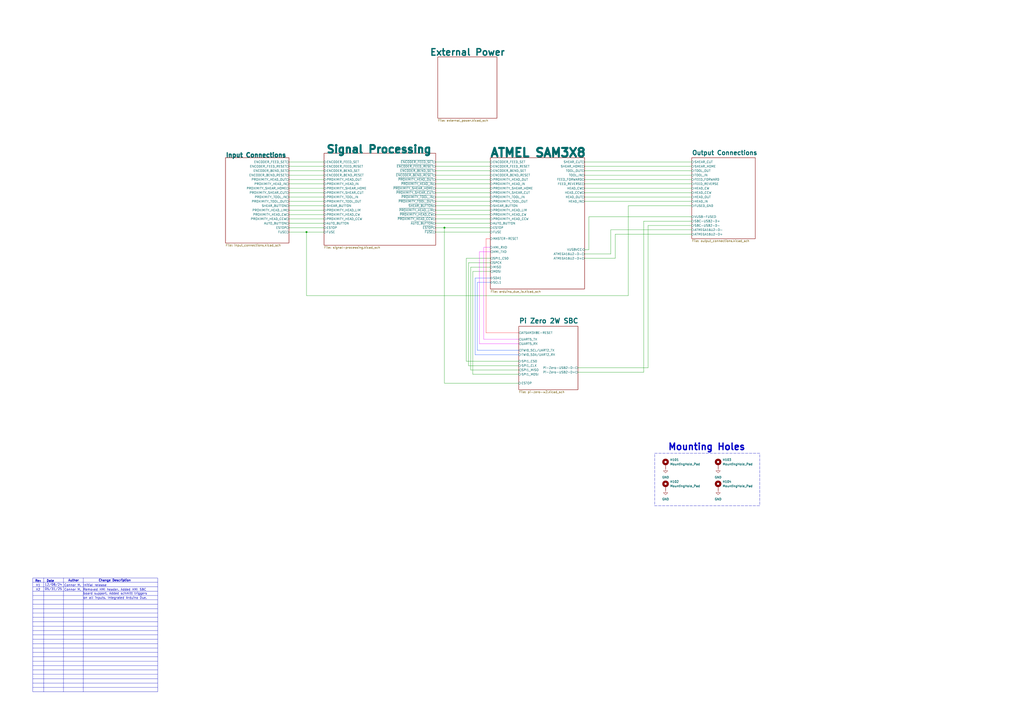
<source format=kicad_sch>
(kicad_sch (version 20250114) (generator "eeschema") (generator_version "9.0")
  (paper "A2")
  (title_block (title "MEP MAXI 85V-1 REV 2 Interface Board") (date "2025-05-31") (rev "X2") (company "McMillan Enterprises") (comment 1 "Firmware: John Gilcreast (johngilcreast@gmail.com)") (comment 2 "Hardware: Connor McMillan (connor@mcmillan.website)"))
  (lib_symbols
    (symbol "Mechanical:MountingHole_Pad" (pin_numbers (hide yes)) (pin_names (offset 1.016) (hide yes)) (exclude_from_sim yes) (in_bom no)
      (property "Reference" "H" (at 0 6.35 0))
      (property "Value" "MountingHole_Pad" (at 0 4.445 0))
      (symbol "MountingHole_Pad_0_1"
        (circle (center 0 1.27) (radius 1.27) (stroke (width 1.27)))
      )
      (symbol "MountingHole_Pad_1_1"
        (pin input line (at 0 -2.54 90) (length 2.54) (name "1") (number "1"))
      )
    )
    (symbol "power:GND" (power) (pin_numbers (hide yes)) (pin_names (offset 0) (hide yes))
      (property "Value" "GND" (at 0 -3.81 0))
      (symbol "GND_0_1"
        (polyline (pts (xy 0 0) (xy 0 -1.27) (xy 1.27 -1.27) (xy 0 -2.54) (xy -1.27 -1.27) (xy 0 -1.27)))
      )
      (symbol "GND_1_1"
        (pin power_in line (at 0 0 270) (length 0) (name "~") (number "1"))
      )
    )
  )
  (polyline (pts (xy 546.5235 388.9658) (xy 545.6399 388.9658) (xy 546.1264 386.511) (xy 547.3182 384.9924) (xy 546.5235 388.9658)) (stroke (width -0.0001) (type solid)) (fill (type outline)))
  (polyline (pts (xy 554.9237 390.1083) (xy 554.1372 390.1083) (xy 554.0516 390.5363) (xy 554.7525 390.5363) (xy 554.7186 390.7056) (xy 554.0177 390.7056) (xy 553.9281 391.1556) (xy 554.7425 391.1556) (xy 554.7087 391.3288) (xy 553.6952 391.3288) (xy 553.9739 389.935) (xy 554.9576 389.935) (xy 554.9237 390.1083)) (stroke (width -0.0001) (type solid)) (fill (type outline)))
  (polyline (pts (xy 548.1261 390.1083) (xy 547.3395 390.1083) (xy 547.2539 390.5363) (xy 547.9548 390.5363) (xy 547.921 390.7056) (xy 547.2201 390.7056) (xy 547.1305 391.1556) (xy 547.9448 391.1556) (xy 547.911 391.3288) (xy 546.8975 391.3288) (xy 547.1763 389.935) (xy 548.1599 389.935) (xy 548.1261 390.1083)) (stroke (width -0.0001) (type solid)) (fill (type outline)))
  (polyline (pts (xy 556.7799 389.9368) (xy 556.8362 389.942) (xy 556.889 389.9505) (xy 556.9384 389.9624) (xy 556.9617 389.9696) (xy 556.9842 389.9776) (xy 557.0058 389.9863) (xy 557.0264 389.9959) (xy 557.0461 390.0063) (xy 557.0649 390.0174) (xy 557.0828 390.0294) (xy 557.0997 390.042) (xy 557.1156 390.0555) (xy 557.1306 390.0697) (xy 557.1446 390.0846) (xy 557.1577 390.1003) (xy 557.1697 390.1167) (xy 557.1807 390.1338) (xy 557.1907 390.1517) (xy 557.1998 390.1702) (xy 557.2077 390.1895) (xy 557.2147 390.2094) (xy 557.2206 390.23) (xy 557.2254 390.2514) (xy 557.2292 390.2733) (xy 557.2319 390.296) (xy 557.2336 390.3193) (xy 557.2341 390.3432) (xy 557.2323 390.3941) (xy 557.23 390.4187) (xy 557.2269 390.4427) (xy 557.2229 390.4663) (xy 557.218 390.4892) (xy 557.2123 390.5117) (xy 557.2057 390.5335) (xy 557.1983 390.5548) (xy 557.1901 390.5755) (xy 557.181 390.5956) (xy 557.1711 390.6152) (xy 557.1604 390.6342) (xy 557.1489 390.6525) (xy 557.1366 390.6703) (xy 557.1236 390.6874) (xy 557.1098 390.704) (xy 557.0952 390.7199) (xy 557.0798 390.7352) (xy 557.0637 390.7499) (xy 557.0469 390.7639) (xy 557.0294 390.7773) (xy 557.0111 390.79) (xy 556.9921 390.8021) (xy 556.9521 390.8244) (xy 556.9094 390.8439) (xy 556.8639 390.8607) (xy 556.8159 390.8748) (xy 557.0708 391.3288) (xy 556.8598 391.3288) (xy 556.6169 390.9027) (xy 556.2066 390.9027) (xy 556.123 391.3288) (xy 555.9219 391.3288) (xy 556.041 390.7334) (xy 556.2405 390.7334) (xy 556.585 390.7334) (xy 556.637 390.7319) (xy 556.6861 390.7275) (xy 556.7322 390.7201) (xy 556.7754 390.7097) (xy 556.7959 390.7034) (xy 556.8155 390.6964) (xy 556.8344 390.6887) (xy 556.8525 390.6802) (xy 556.8698 390.671) (xy 556.8863 390.6611) (xy 556.9019 390.6505) (xy 556.9168 390.6391) (xy 556.9308 390.627) (xy 556.9439 390.6143) (xy 556.9562 390.6008) (xy 556.9677 390.5865) (xy 556.9782 390.5716) (xy 556.988 390.556) (xy 556.9968 390.5397) (xy 557.0047 390.5226) (xy 557.0117 390.5049) (xy 557.0178 390.4864) (xy 557.023 390.4673) (xy 557.0273 390.4474) (xy 557.0307 390.4269) (xy 557.033 390.4057) (xy 557.0345 390.3837) (xy 557.035 390.3611) (xy 557.0346 390.3457) (xy 557.0336 390.3307) (xy 557.0318 390.3162) (xy 557.0294 390.3022) (xy 557.0263 390.2887) (xy 557.0225 390.2757) (xy 557.0181 390.2631) (xy 557.013 390.2511) (xy 557.0072 390.2395) (xy 557.0008 390.2284) (xy 556.9937 390.2177) (xy 556.9859 390.2076) (xy 556.9776 390.198) (xy 556.9685 390.1888) (xy 556.9589 390.1802) (xy 556.9486 390.172) (xy 556.9377 390.1643) (xy 556.9262 390.1571) (xy 556.914 390.1504) (xy 556.9013 390.1442) (xy 556.8879 390.1385) (xy 556.874 390.1332) (xy 556.8594 390.1285) (xy 556.8443 390.1243) (xy 556.8286 390.1205) (xy 556.8122 390.1173) (xy 556.7954 390.1145) (xy 556.7779 390.1123) (xy 556.7599 390.1105) (xy 556.7413 390.1093) (xy 556.7221 390.1085) (xy 556.7024 390.1083) (xy 556.3659 390.1083) (xy 556.2405 390.7334) (xy 556.041 390.7334) (xy 556.2007 389.935) (xy 556.7203 389.935) (xy 556.7799 389.9368)) (stroke (width -0.0001) (type solid)) (fill (type outline)))
  (polyline (pts (xy 561.3107 384.4672) (xy 562.1446 384.4672) (xy 561.3876 388.2524) (xy 563.7357 388.2524) (xy 563.5946 388.958) (xy 560.4124 388.958) (xy 561.3107 384.4672) (xy 561.3107 384.4672)) (stroke (width -0.0001) (type solid)) (fill (type outline)))
  (polyline (pts (xy 565.1534 384.4672) (xy 565.9874 384.4672) (xy 565.2304 388.2524) (xy 567.5785 388.2524) (xy 567.4373 388.958) (xy 564.2552 388.958) (xy 565.1534 384.4672) (xy 565.1534 384.4672)) (stroke (width -0.0001) (type solid)) (fill (type outline)))
  (polyline (pts (xy 569.4993 389.9196) (xy 569.5311 389.921) (xy 569.5625 389.9234) (xy 569.5936 389.9268) (xy 569.6242 389.9311) (xy 569.6544 389.9363) (xy 569.684 389.9424) (xy 569.7129 389.9495) (xy 569.7412 389.9574) (xy 569.7688 389.9662) (xy 569.7956 389.9758) (xy 569.8215 389.9863) (xy 569.8465 389.9976) (xy 569.8705 390.0098) (xy 569.8934 390.0228) (xy 569.9153 390.0366) (xy 569.8357 390.1998) (xy 569.8159 390.1864) (xy 569.7955 390.1739) (xy 569.7744 390.1622) (xy 569.7527 390.1513) (xy 569.7305 390.1413) (xy 569.7077 390.1322) (xy 569.6844 390.1239) (xy 569.6607 390.1165) (xy 569.6365 390.1099) (xy 569.6119 390.1042) (xy 569.5869 390.0994) (xy 569.5615 390.0954) (xy 569.5359 390.0923) (xy 569.5099 390.0901) (xy 569.4837 390.0888) (xy 569.4573 390.0884) (xy 569.4154 390.0895) (xy 569.3755 390.0928) (xy 569.3377 390.0983) (xy 569.3022 390.1059) (xy 569.269 390.1155) (xy 569.2383 390.127) (xy 569.21 390.1404) (xy 569.1843 390.1555) (xy 569.1613 390.1724) (xy 569.1508 390.1815) (xy 569.1411 390.191) (xy 569.132 390.2009) (xy 569.1237 390.2111) (xy 569.1161 390.2218) (xy 569.1093 390.2328) (xy 569.1032 390.2442) (xy 569.0979 390.2559) (xy 569.0934 390.268) (xy 569.0897 390.2804) (xy 569.0868 390.2931) (xy 569.0847 390.3062) (xy 569.0834 390.3196) (xy 569.083 390.3332) (xy 569.085 390.3594) (xy 569.091 390.3833) (xy 569.1007 390.405) (xy 569.1137 390.4247) (xy 569.1299 390.4426) (xy 569.149 390.4589) (xy 569.1706 390.4737) (xy 569.1947 390.4873) (xy 569.2208 390.4998) (xy 569.2488 390.5114) (xy 569.3092 390.5327) (xy 569.4404 390.5727) (xy 569.5071 390.5942) (xy 569.5717 390.6188) (xy 569.6025 390.6326) (xy 569.632 390.6478) (xy 569.66 390.6644) (xy 569.6861 390.6827) (xy 569.7102 390.7028) (xy 569.7319 390.725) (xy 569.7509 390.7494) (xy 569.7671 390.7761) (xy 569.7802 390.8055) (xy 569.7898 390.8375) (xy 569.7958 390.8726) (xy 569.7978 390.9107) (xy 569.7971 390.9358) (xy 569.795 390.9602) (xy 569.7915 390.984) (xy 569.7867 391.0071) (xy 569.7806 391.0295) (xy 569.7731 391.0513) (xy 569.7644 391.0724) (xy 569.7545 391.0928) (xy 569.7433 391.1124) (xy 569.7309 391.1314) (xy 569.7174 391.1496) (xy 569.7027 391.167) (xy 569.6869 391.1838) (xy 569.67 391.1997) (xy 569.6521 391.2149) (xy 569.6331 391.2293) (xy 569.613 391.2429) (xy 569.592 391.2557) (xy 569.5701 391.2677) (xy 569.5472 391.2788) (xy 569.5234 391.2892) (xy 569.4987 391.2987) (xy 569.4731 391.3073) (xy 569.4467 391.315) (xy 569.4195 391.3219) (xy 569.3915 391.3279) (xy 569.3627 391.333) (xy 569.3332 391.3372) (xy 569.303 391.3405) (xy 569.2721 391.3429) (xy 569.2406 391.3443) (xy 569.2084 391.3448) (xy 569.1686 391.3439) (xy 569.129 391.3414) (xy 569.0899 391.3374) (xy 569.0513 391.3318) (xy 569.0135 391.3248) (xy 568.9765 391.3164) (xy 568.9406 391.3068) (xy 568.9058 391.296) (xy 568.8723 391.2841) (xy 568.8403 391.2711) (xy 568.8098 391.2571) (xy 568.7811 391.2423) (xy 568.7543 391.2266) (xy 568.7296 391.2102) (xy 568.707 391.1932) (xy 568.6867 391.1755) (xy 568.7743 391.0162) (xy 568.7949 391.0341) (xy 568.817 391.0511) (xy 568.8404 391.0671) (xy 568.8651 391.0823) (xy 568.8911 391.0964) (xy 568.9181 391.1095) (xy 568.9461 391.1215) (xy 568.975 391.1325) (xy 569.0047 391.1422) (xy 569.035 391.1508) (xy 569.066 391.1582) (xy 569.0975 391.1643) (xy 569.1294 391.1692) (xy 569.1615 391.1727) (xy 569.1939 391.1748) (xy 569.2263 391.1755) (xy 569.2676 391.1745) (xy 569.3071 391.1715) (xy 569.3446 391.1666) (xy 569.3801 391.1598) (xy 569.4133 391.151) (xy 569.4443 391.1404) (xy 569.4728 391.128) (xy 569.4989 391.1138) (xy 569.5223 391.0978) (xy 569.5329 391.0891) (xy 569.5429 391.08) (xy 569.5522 391.0705) (xy 569.5607 391.0606) (xy 569.5685 391.0502) (xy 569.5755 391.0394) (xy 569.5817 391.0282) (xy 569.5872 391.0166) (xy 569.5919 391.0046) (xy 569.5957 390.9922) (xy 569.5987 390.9794) (xy 569.6009 390.9661) (xy 569.6022 390.9525) (xy 569.6027 390.9385) (xy 569.6006 390.9125) (xy 569.5946 390.8889) (xy 569.585 390.8675) (xy 569.5719 390.8481) (xy 569.5558 390.8306) (xy 569.5367 390.8146) (xy 569.515 390.8001) (xy 569.491 390.7868) (xy 569.4648 390.7747) (xy 569.4369 390.7633) (xy 569.3765 390.7425) (xy 569.2453 390.7031) (xy 569.1786 390.6814) (xy 569.114 390.6564) (xy 569.0832 390.6421) (xy 569.0537 390.6265) (xy 569.0257 390.6092) (xy 568.9996 390.5902) (xy 568.9755 390.5692) (xy 568.9539 390.5461) (xy 568.9348 390.5206) (xy 568.9186 390.4925) (xy 568.9056 390.4617) (xy 568.8959 390.428) (xy 568.8899 390.3912) (xy 568.8879 390.3511) (xy 568.8886 390.3264) (xy 568.8907 390.3023) (xy 568.8941 390.2788) (xy 568.8988 390.256) (xy 568.9049 390.2337) (xy 568.9122 390.2122) (xy 568.9207 390.1913) (xy 568.9305 390.1711) (xy 568.9415 390.1515) (xy 568.9537 390.1327) (xy 568.967 390.1146) (xy 568.9814 390.0972) (xy 568.997 390.0805) (xy 569.0136 390.0646) (xy 569.0312 390.0494) (xy 569.0499 390.035) (xy 569.0696 390.0214) (xy 569.0902 390.0086) (xy 569.1118 389.9966) (xy 569.1343 389.9854) (xy 569.1577 389.9751) (xy 569.182 389.9655) (xy 569.2072 389.9569) (xy 569.2331 389.9491) (xy 569.2599 389.9421) (xy 569.2874 389.9361) (xy 569.3157 389.9309) (xy 569.3446 389.9267) (xy 569.3743 389.9234) (xy 569.4047 389.921) (xy 569.4357 389.9195) (xy 569.4673 389.9191) (xy 569.4993 389.9196)) (stroke (width -0.0001) (type solid)) (fill (type outline)))
  (polyline (pts (xy 544.1165 387.2844) (xy 546.7247 383.9368) (xy 546.7304 383.9368) (xy 544.1165 387.2844)) (stroke (width -0.0001) (type solid)) (fill (type outline)))
  (polyline (pts (xy 563.112 391.3288) (xy 562.9128 391.3288) (xy 563.1916 389.935) (xy 563.3907 389.935) (xy 563.112 391.3288)) (stroke (width -0.0001) (type solid)) (fill (type outline)))
  (polyline (pts (xy 549.9375 379.451) (xy 551.7902 378.1062) (xy 550.4453 379.9589) (xy 552.7064 380.318) (xy 550.4453 380.6771) (xy 551.7902 382.5299) (xy 549.9375 381.185) (xy 549.5784 383.446) (xy 549.2193 381.185) (xy 547.3665 382.5299) (xy 548.7114 380.6771) (xy 546.4504 380.318) (xy 548.7114 379.9589) (xy 547.3665 378.1062) (xy 549.2193 379.451) (xy 549.5784 377.19) (xy 549.9375 379.451)) (stroke (width -0.0001) (type solid)) (fill (type outline)))
  (polyline (pts (xy 559.1179 389.9368) (xy 559.1738 389.942) (xy 559.2264 389.9505) (xy 559.2755 389.9624) (xy 559.2988 389.9696) (xy 559.3211 389.9776) (xy 559.3426 389.9863) (xy 559.3632 389.9959) (xy 559.3828 390.0063) (xy 559.4015 390.0174) (xy 559.4193 390.0294) (xy 559.4362 390.042) (xy 559.4521 390.0555) (xy 559.467 390.0697) (xy 559.481 390.0846) (xy 559.494 390.1003) (xy 559.506 390.1167) (xy 559.517 390.1338) (xy 559.527 390.1517) (xy 559.536 390.1702) (xy 559.544 390.1895) (xy 559.5509 390.2094) (xy 559.5568 390.23) (xy 559.5616 390.2514) (xy 559.5654 390.2733) (xy 559.5681 390.296) (xy 559.5698 390.3193) (xy 559.5703 390.3432) (xy 559.5696 390.3762) (xy 559.5674 390.4083) (xy 559.5638 390.4395) (xy 559.5588 390.4698) (xy 559.5523 390.4991) (xy 559.5445 390.5276) (xy 559.5354 390.5551) (xy 559.5248 390.5816) (xy 559.513 390.6072) (xy 559.4999 390.6318) (xy 559.4854 390.6555) (xy 559.4697 390.6781) (xy 559.4528 390.6998) (xy 559.4346 390.7204) (xy 559.4152 390.74) (xy 559.3946 390.7586) (xy 559.3729 390.7761) (xy 559.3499 390.7926) (xy 559.3258 390.808) (xy 559.3007 390.8224) (xy 559.2743 390.8356) (xy 559.247 390.8478) (xy 559.2185 390.8588) (xy 559.189 390.8688) (xy 559.1584 390.8776) (xy 559.1269 390.8852) (xy 559.0943 390.8917) (xy 559.0608 390.8971) (xy 559.0263 390.9013) (xy 558.9909 390.9043) (xy 558.9545 390.9061) (xy 558.9173 390.9067) (xy 558.5449 390.9067) (xy 558.4612 391.3288) (xy 558.2622 391.3288) (xy 558.3813 390.7334) (xy 558.5808 390.7334) (xy 558.9212 390.7334) (xy 558.9732 390.7319) (xy 559.0223 390.7275) (xy 559.0685 390.7201) (xy 559.1117 390.7097) (xy 559.1321 390.7034) (xy 559.1518 390.6964) (xy 559.1707 390.6887) (xy 559.1888 390.6802) (xy 559.2061 390.671) (xy 559.2225 390.6611) (xy 559.2382 390.6505) (xy 559.253 390.6391) (xy 559.267 390.627) (xy 559.2802 390.6143) (xy 559.2925 390.6008) (xy 559.304 390.5865) (xy 559.3145 390.5716) (xy 559.3242 390.556) (xy 559.3331 390.5397) (xy 559.341 390.5226) (xy 559.348 390.5049) (xy 559.3541 390.4864) (xy 559.3593 390.4673) (xy 559.3636 390.4474) (xy 559.3669 390.4269) (xy 559.3693 390.4057) (xy 559.3708 390.3837) (xy 559.3713 390.3611) (xy 559.3709 390.3457) (xy 559.3699 390.3307) (xy 559.3681 390.3162) (xy 559.3657 390.3022) (xy 559.3626 390.2887) (xy 559.3588 390.2757) (xy 559.3544 390.2631) (xy 559.3493 390.2511) (xy 559.3435 390.2395) (xy 559.3371 390.2284) (xy 559.33 390.2177) (xy 559.3223 390.2076) (xy 559.314 390.198) (xy 559.305 390.1888) (xy 559.2954 390.1802) (xy 559.2851 390.172) (xy 559.2743 390.1643) (xy 559.2628 390.1571) (xy 559.2507 390.1504) (xy 559.238 390.1442) (xy 559.2248 390.1385) (xy 559.2109 390.1332) (xy 559.1964 390.1285) (xy 559.1814 390.1243) (xy 559.1658 390.1205) (xy 559.1496 390.1173) (xy 559.1328 390.1145) (xy 559.1155 390.1123) (xy 559.0976 390.1105) (xy 559.0792 390.1093) (xy 559.0603 390.1085) (xy 559.0407 390.1083) (xy 558.7062 390.1083) (xy 558.5808 390.7334) (xy 558.3813 390.7334) (xy 558.5409 389.935) (xy 559.0586 389.935) (xy 559.1179 389.9368)) (stroke (width -0.0001) (type solid)) (fill (type outline)))
  (polyline (pts (xy 555.0046 387.4568) (xy 557.3335 384.4672) (xy 558.052 384.4672) (xy 557.1539 388.958) (xy 556.3648 388.958) (xy 556.9485 386.0133) (xy 555.0303 388.4448) (xy 554.6582 388.4448) (xy 553.6317 385.9556) (xy 553.035 388.958) (xy 552.2395 388.958) (xy 553.1377 384.4672) (xy 553.8178 384.4672) (xy 555.0046 387.4568)) (stroke (width -0.0001) (type solid)) (fill (type outline)))
  (polyline (pts (xy 550.5796 384.4061) (xy 550.7185 384.4153) (xy 550.8535 384.4305) (xy 550.9843 384.4517) (xy 551.1107 384.4789) (xy 551.2325 384.512) (xy 551.3494 384.5508) (xy 551.4611 384.5955) (xy 551.5676 384.6458) (xy 551.6685 384.7019) (xy 551.7636 384.7635) (xy 551.8526 384.8306) (xy 551.9354 384.9033) (xy 552.0116 384.9814) (xy 552.0811 385.0648) (xy 552.1436 385.1536) (xy 551.5406 385.6605) (xy 551.4932 385.5985) (xy 551.4425 385.5402) (xy 551.3885 385.4856) (xy 551.3602 385.4598) (xy 551.3311 385.4348) (xy 551.3012 385.4108) (xy 551.2704 385.3878) (xy 551.2388 385.3657) (xy 551.2064 385.3446) (xy 551.1731 385.3244) (xy 551.139 385.3053) (xy 551.104 385.2871) (xy 551.0682 385.2699) (xy 550.994 385.2385) (xy 550.9165 385.2112) (xy 550.8355 385.1879) (xy 550.7511 385.1687) (xy 550.6633 385.1538) (xy 550.5721 385.143) (xy 550.4774 385.1365) (xy 550.3793 385.1344) (xy 550.2729 385.1369) (xy 550.1691 385.1443) (xy 550.0679 385.1566) (xy 549.9694 385.1736) (xy 549.8736 385.1952) (xy 549.7806 385.2212) (xy 549.6904 385.2516) (xy 549.6031 385.2861) (xy 549.5188 385.3248) (xy 549.4374 385.3674) (xy 549.3591 385.4138) (xy 549.2839 385.4639) (xy 549.2119 385.5176) (xy 549.1431 385.5747) (xy 549.0775 385.6352) (xy 549.0152 385.6989) (xy 548.9563 385.7657) (xy 548.9008 385.8355) (xy 548.8488 385.908) (xy 548.8003 385.9833) (xy 548.7554 386.0612) (xy 548.7141 386.1415) (xy 548.6765 386.2241) (xy 548.6426 386.309) (xy 548.6125 386.396) (xy 548.5863 386.4849) (xy 548.5639 386.5756) (xy 548.5455 386.6681) (xy 548.5311 386.7622) (xy 548.5207 386.8577) (xy 548.5145 386.9545) (xy 548.5124 387.0526) (xy 548.5138 387.1216) (xy 548.5181 387.1892) (xy 548.5252 387.2551) (xy 548.5351 387.3195) (xy 548.5479 387.3822) (xy 548.5634 387.4432) (xy 548.5818 387.5025) (xy 548.6029 387.5601) (xy 548.6268 387.6158) (xy 548.6535 387.6696) (xy 548.6829 387.7215) (xy 548.715 387.7715) (xy 548.7499 387.8194) (xy 548.7875 387.8653) (xy 548.8278 387.9091) (xy 548.8708 387.9508) (xy 548.9165 387.9903) (xy 548.9649 388.0276) (xy 549.016 388.0626) (xy 549.0697 388.0953) (xy 549.126 388.1256) (xy 549.185 388.1536) (xy 549.2466 388.1791) (xy 549.3108 388.2021) (xy 549.3776 388.2225) (xy 549.447 388.2404) (xy 549.519 388.2556) (xy 549.5936 388.2682) (xy 549.6707 388.278) (xy 549.7504 388.2851) (xy 549.8327 388.2894) (xy 549.9174 388.2909) (xy 550.0105 388.2889) (xy 550.102 388.283) (xy 550.1919 388.2732) (xy 550.2802 388.2593) (xy 550.3668 388.2414) (xy 550.4516 388.2195) (xy 550.5347 388.1935) (xy 550.6159 388.1633) (xy 550.6953 388.1291) (xy 550.7727 388.0907) (xy 550.8481 388.0481) (xy 550.9215 388.0012) (xy 550.9929 387.9502) (xy 551.0621 387.8948) (xy 551.1292 387.8352) (xy 551.1941 387.7712) (xy 551.6816 388.2972) (xy 551.5974 388.3878) (xy 551.5083 388.4721) (xy 551.4147 388.55) (xy 551.3166 388.6216) (xy 551.2142 388.6871) (xy 551.1076 388.7465) (xy 550.9972 388.7999) (xy 550.8829 388.8474) (xy 550.7651 388.889) (xy 550.6438 388.9248) (xy 550.5192 388.9549) (xy 550.3915 388.9793) (xy 550.2609 388.9982) (xy 550.1276 389.0116) (xy 549.9916 389.0196) (xy 549.8532 389.0222) (xy 549.7267 389.0199) (xy 549.6035 389.0132) (xy 549.4837 389.0019) (xy 549.3672 388.9864) (xy 549.2541 388.9665) (xy 549.1445 388.9425) (xy 549.0384 388.9144) (xy 548.9359 388.8822) (xy 548.837 388.846) (xy 548.7418 388.806) (xy 548.6503 388.7622) (xy 548.5625 388.7147) (xy 548.4786 388.6635) (xy 548.3985 388.6088) (xy 548.3224 388.5505) (xy 548.2501 388.4889) (xy 548.1819 388.424) (xy 548.1178 388.3558) (xy 548.0577 388.2844) (xy 548.0018 388.2099) (xy 547.9501 388.1324) (xy 547.9026 388.052) (xy 547.8595 387.9688) (xy 547.8206 387.8827) (xy 547.7862 387.794) (xy 547.7562 387.7026) (xy 547.7306 387.6087) (xy 547.7096 387.5124) (xy 547.6932 387.4136) (xy 547.6814 387.3126) (xy 547.6743 387.2093) (xy 547.672 387.1039) (xy 547.6752 386.9624) (xy 547.6847 386.823) (xy 547.7005 386.686) (xy 547.7224 386.5513) (xy 547.7503 386.4193) (xy 547.7842 386.2901) (xy 547.8239 386.1637) (xy 547.8694 386.0405) (xy 547.9206 385.9204) (xy 547.9773 385.8038) (xy 548.0395 385.6906) (xy 548.107 385.5812) (xy 548.1799 385.4756) (xy 548.2579 385.3739) (xy 548.3409 385.2765) (xy 548.429 385.1833) (xy 548.5219 385.0946) (xy 548.6197 385.0105) (xy 548.7221 384.9311) (xy 548.8291 384.8567) (xy 548.9407 384.7873) (xy 549.0566 384.7232) (xy 549.1769 384.6644) (xy 549.3013 384.6112) (xy 549.4299 384.5637) (xy 549.5625 384.522) (xy 549.699 384.4863) (xy 549.8393 384.4567) (xy 549.9834 384.4334) (xy 550.1311 384.4166) (xy 550.2824 384.4064) (xy 550.4371 384.403) (xy 550.5796 384.4061)) (stroke (width -0.0001) (type solid)) (fill (type outline)))
  (polyline (pts (xy 550.1896 391.0082) (xy 550.4026 389.935) (xy 550.6017 389.935) (xy 550.323 391.3288) (xy 550.1597 391.3288) (xy 549.5364 390.2556) (xy 549.3233 391.3288) (xy 549.1243 391.3288) (xy 549.403 389.935) (xy 549.5663 389.935) (xy 550.1896 391.0082)) (stroke (width -0.0001) (type solid)) (fill (type outline)))
  (polyline (pts (xy 576.3673 387.6108) (xy 576.9896 384.4672) (xy 577.8172 384.4672) (xy 576.9191 388.958) (xy 576.2326 388.958) (xy 574.3913 385.8144) (xy 573.7626 388.958) (xy 572.935 388.958) (xy 573.8332 384.4672) (xy 574.5196 384.4672) (xy 576.3673 387.6108)) (stroke (width -0.0001) (type solid)) (fill (type outline)))
  (rectangle (start 19.05 335.28) (end 91.44 401.32))
  (polyline (pts (xy 567.7801 390.1083) (xy 566.9936 390.1083) (xy 566.908 390.5363) (xy 567.6089 390.5363) (xy 567.575 390.7056) (xy 566.8741 390.7056) (xy 566.7845 391.1556) (xy 567.5989 391.1556) (xy 567.5651 391.3288) (xy 566.5516 391.3288) (xy 566.8303 389.935) (xy 567.814 389.935) (xy 567.7801 390.1083)) (stroke (width -0.0001) (type solid)) (fill (type outline)))
  (polyline (pts (xy 544.1165 387.2844) (xy 546.7247 383.9368) (xy 546.7304 383.9368) (xy 544.1165 387.2844)) (stroke (width -0.0001) (type solid)) (fill (type outline)))
  (rectangle (start 379.73 262.89) (end 440.69 293.37) (stroke (width 0) (type dash)))
  (polyline (pts (xy 549.0009 382.2035) (xy 544.1452 388.3909) (xy 543.7286 388.3909) (xy 542.5793 385.6036) (xy 541.9111 388.9658) (xy 541.02 388.9658) (xy 542.0261 383.9368) (xy 542.7876 383.9368) (xy 543.9462 386.8559) (xy 544.1165 387.2844) (xy 546.7304 383.9368) (xy 547.5979 382.8257) (xy 548.9445 381.8482) (xy 549.0009 382.2035)) (stroke (width -0.0001) (type solid)) (fill (type outline)))
  (polyline (pts (xy 572.3579 388.958) (xy 571.5303 388.958) (xy 571.2929 387.9187) (xy 569.0346 387.9187) (xy 568.3867 388.958) (xy 567.4949 388.958) (xy 568.5958 387.2643) (xy 569.4452 387.2643) (xy 571.1389 387.2643) (xy 570.6834 385.2883) (xy 569.4452 387.2643) (xy 568.5958 387.2643) (xy 570.414 384.4672) (xy 571.2416 384.4672) (xy 572.3579 388.958)) (stroke (width -0.0001) (type solid)) (fill (type outline)))
  (polyline (pts (xy 561.4306 389.9368) (xy 561.4868 389.942) (xy 561.5397 389.9505) (xy 561.589 389.9624) (xy 561.6124 389.9696) (xy 561.6349 389.9776) (xy 561.6564 389.9863) (xy 561.6771 389.9959) (xy 561.6968 390.0063) (xy 561.7156 390.0174) (xy 561.7334 390.0294) (xy 561.7503 390.042) (xy 561.7663 390.0555) (xy 561.7813 390.0697) (xy 561.7953 390.0846) (xy 561.8083 390.1003) (xy 561.8203 390.1167) (xy 561.8314 390.1338) (xy 561.8414 390.1517) (xy 561.8504 390.1702) (xy 561.8584 390.1895) (xy 561.8653 390.2094) (xy 561.8712 390.23) (xy 561.8761 390.2514) (xy 561.8799 390.2733) (xy 561.8826 390.296) (xy 561.8842 390.3193) (xy 561.8848 390.3432) (xy 561.8829 390.3941) (xy 561.8807 390.4187) (xy 561.8776 390.4427) (xy 561.8736 390.4663) (xy 561.8687 390.4892) (xy 561.863 390.5117) (xy 561.8564 390.5335) (xy 561.849 390.5548) (xy 561.8407 390.5755) (xy 561.8316 390.5956) (xy 561.8217 390.6152) (xy 561.811 390.6342) (xy 561.7996 390.6525) (xy 561.7873 390.6703) (xy 561.7742 390.6874) (xy 561.7604 390.704) (xy 561.7458 390.7199) (xy 561.7305 390.7352) (xy 561.7144 390.7499) (xy 561.6976 390.7639) (xy 561.68 390.7773) (xy 561.6618 390.79) (xy 561.6428 390.8021) (xy 561.6028 390.8244) (xy 561.56 390.8439) (xy 561.5146 390.8607) (xy 561.4666 390.8748) (xy 561.7214 391.3288) (xy 561.5104 391.3288) (xy 561.2675 390.9027) (xy 560.8573 390.9027) (xy 560.7737 391.3288) (xy 560.5726 391.3288) (xy 560.6917 390.7334) (xy 560.8912 390.7334) (xy 561.2356 390.7334) (xy 561.2876 390.7319) (xy 561.3367 390.7275) (xy 561.3829 390.7201) (xy 561.4261 390.7097) (xy 561.4465 390.7034) (xy 561.4662 390.6964) (xy 561.485 390.6887) (xy 561.5031 390.6802) (xy 561.5204 390.671) (xy 561.5369 390.6611) (xy 561.5526 390.6505) (xy 561.5674 390.6391) (xy 561.5814 390.627) (xy 561.5946 390.6143) (xy 561.6069 390.6008) (xy 561.6183 390.5865) (xy 561.6289 390.5716) (xy 561.6386 390.556) (xy 561.6474 390.5397) (xy 561.6553 390.5226) (xy 561.6624 390.5049) (xy 561.6685 390.4864) (xy 561.6737 390.4673) (xy 561.678 390.4474) (xy 561.6813 390.4269) (xy 561.6837 390.4057) (xy 561.6851 390.3837) (xy 561.6856 390.3611) (xy 561.6853 390.3457) (xy 561.6842 390.3307) (xy 561.6825 390.3162) (xy 561.6801 390.3022) (xy 561.677 390.2887) (xy 561.6732 390.2757) (xy 561.6687 390.2631) (xy 561.6636 390.2511) (xy 561.6578 390.2395) (xy 561.6514 390.2284) (xy 561.6443 390.2177) (xy 561.6366 390.2076) (xy 561.6282 390.198) (xy 561.6192 390.1888) (xy 561.6095 390.1802) (xy 561.5993 390.172) (xy 561.5884 390.1643) (xy 561.5768 390.1571) (xy 561.5647 390.1504) (xy 561.5519 390.1442) (xy 561.5386 390.1385) (xy 561.5246 390.1332) (xy 561.5101 390.1285) (xy 561.4949 390.1243) (xy 561.4792 390.1205) (xy 561.4629 390.1173) (xy 561.446 390.1145) (xy 561.4285 390.1123) (xy 561.4105 390.1105) (xy 561.3919 390.1093) (xy 561.3728 390.1085) (xy 561.3531 390.1083) (xy 561.0166 390.1083) (xy 560.8912 390.7334) (xy 560.6917 390.7334) (xy 560.8513 389.935) (xy 561.371 389.935) (xy 561.4306 389.9368)) (stroke (width -0.0001) (type solid)) (fill (type outline)))
  (polyline (pts (xy 565.1435 389.9196) (xy 565.1752 389.921) (xy 565.2067 389.9234) (xy 565.2377 389.9268) (xy 565.2684 389.9311) (xy 565.2985 389.9363) (xy 565.3281 389.9424) (xy 565.3571 389.9495) (xy 565.3854 389.9574) (xy 565.413 389.9662) (xy 565.4397 389.9758) (xy 565.4656 389.9863) (xy 565.4906 389.9976) (xy 565.5146 390.0098) (xy 565.5376 390.0228) (xy 565.5594 390.0366) (xy 565.4798 390.1998) (xy 565.46 390.1864) (xy 565.4396 390.1739) (xy 565.4185 390.1622) (xy 565.3969 390.1513) (xy 565.3746 390.1413) (xy 565.3519 390.1322) (xy 565.3286 390.1239) (xy 565.3048 390.1165) (xy 565.2806 390.1099) (xy 565.256 390.1042) (xy 565.231 390.0994) (xy 565.2057 390.0954) (xy 565.18 390.0923) (xy 565.1541 390.0901) (xy 565.1279 390.0888) (xy 565.1015 390.0884) (xy 565.0595 390.0895) (xy 565.0196 390.0928) (xy 564.9819 390.0983) (xy 564.9464 390.1059) (xy 564.9132 390.1155) (xy 564.8824 390.127) (xy 564.8541 390.1404) (xy 564.8284 390.1555) (xy 564.8054 390.1724) (xy 564.795 390.1815) (xy 564.7852 390.191) (xy 564.7762 390.2009) (xy 564.7678 390.2111) (xy 564.7603 390.2218) (xy 564.7534 390.2328) (xy 564.7474 390.2442) (xy 564.7421 390.2559) (xy 564.7375 390.268) (xy 564.7338 390.2804) (xy 564.7309 390.2931) (xy 564.7288 390.3062) (xy 564.7276 390.3196) (xy 564.7271 390.3332) (xy 564.7292 390.3594) (xy 564.7352 390.3833) (xy 564.7448 390.405) (xy 564.7579 390.4247) (xy 564.774 390.4426) (xy 564.7931 390.4589) (xy 564.8148 390.4737) (xy 564.8388 390.4873) (xy 564.865 390.4998) (xy 564.8929 390.5114) (xy 564.9533 390.5327) (xy 565.0846 390.5727) (xy 565.1512 390.5942) (xy 565.2158 390.6188) (xy 565.2466 390.6326) (xy 565.2762 390.6478) (xy 565.3041 390.6644) (xy 565.3303 390.6827) (xy 565.3543 390.7028) (xy 565.376 390.725) (xy 565.3951 390.7494) (xy 565.4113 390.7761) (xy 565.4243 390.8055) (xy 565.4339 390.8375) (xy 565.4399 390.8726) (xy 565.442 390.9107) (xy 565.4413 390.9358) (xy 565.4392 390.9602) (xy 565.4357 390.984) (xy 565.4309 391.0071) (xy 565.4247 391.0295) (xy 565.4173 391.0513) (xy 565.4086 391.0724) (xy 565.3986 391.0928) (xy 565.3874 391.1124) (xy 565.3751 391.1314) (xy 565.3615 391.1496) (xy 565.3468 391.167) (xy 565.331 391.1838) (xy 565.3142 391.1997) (xy 565.2962 391.2149) (xy 565.2772 391.2293) (xy 565.2572 391.2429) (xy 565.2362 391.2557) (xy 565.2142 391.2677) (xy 565.1913 391.2788) (xy 565.1675 391.2892) (xy 565.1428 391.2987) (xy 565.1172 391.3073) (xy 565.0908 391.315) (xy 565.0636 391.3219) (xy 565.0356 391.3279) (xy 565.0069 391.333) (xy 564.9774 391.3372) (xy 564.9472 391.3405) (xy 564.9163 391.3429) (xy 564.8847 391.3443) (xy 564.8526 391.3448) (xy 564.8127 391.3439) (xy 564.7731 391.3414) (xy 564.734 391.3374) (xy 564.6955 391.3318) (xy 564.6576 391.3248) (xy 564.6207 391.3164) (xy 564.5847 391.3068) (xy 564.5499 391.296) (xy 564.5164 391.2841) (xy 564.4844 391.2711) (xy 564.454 391.2571) (xy 564.4253 391.2423) (xy 564.3985 391.2266) (xy 564.3737 391.2102) (xy 564.3511 391.1932) (xy 564.3309 391.1755) (xy 564.4185 391.0162) (xy 564.439 391.0341) (xy 564.4611 391.0511) (xy 564.4846 391.0671) (xy 564.5093 391.0823) (xy 564.5352 391.0964) (xy 564.5622 391.1095) (xy 564.5902 391.1215) (xy 564.6191 391.1325) (xy 564.6488 391.1422) (xy 564.6792 391.1508) (xy 564.7102 391.1582) (xy 564.7416 391.1643) (xy 564.7735 391.1692) (xy 564.8057 391.1727) (xy 564.838 391.1748) (xy 564.8705 391.1755) (xy 564.9118 391.1745) (xy 564.9512 391.1715) (xy 564.9888 391.1666) (xy 565.0242 391.1598) (xy 565.0575 391.151) (xy 565.0884 391.1404) (xy 565.117 391.128) (xy 565.143 391.1138) (xy 565.1664 391.0978) (xy 565.1771 391.0891) (xy 565.1871 391.08) (xy 565.1963 391.0705) (xy 565.2048 391.0606) (xy 565.2126 391.0502) (xy 565.2196 391.0394) (xy 565.2259 391.0282) (xy 565.2313 391.0166) (xy 565.236 391.0046) (xy 565.2399 390.9922) (xy 565.2429 390.9794) (xy 565.245 390.9661) (xy 565.2464 390.9525) (xy 565.2468 390.9385) (xy 565.2447 390.9125) (xy 565.2388 390.8889) (xy 565.2291 390.8675) (xy 565.2161 390.8481) (xy 565.1999 390.8306) (xy 565.1808 390.8146) (xy 565.1592 390.8001) (xy 565.1351 390.7868) (xy 565.109 390.7747) (xy 565.081 390.7633) (xy 565.0206 390.7425) (xy 564.8894 390.7031) (xy 564.8228 390.6814) (xy 564.7582 390.6564) (xy 564.7273 390.6421) (xy 564.6978 390.6265) (xy 564.6698 390.6092) (xy 564.6437 390.5902) (xy 564.6197 390.5692) (xy 564.598 390.5461) (xy 564.5789 390.5206) (xy 564.5627 390.4925) (xy 564.5497 390.4617) (xy 564.5401 390.428) (xy 564.5341 390.3912) (xy 564.532 390.3511) (xy 564.5327 390.3264) (xy 564.5348 390.3023) (xy 564.5382 390.2788) (xy 564.543 390.256) (xy 564.549 390.2337) (xy 564.5563 390.2122) (xy 564.5649 390.1913) (xy 564.5747 390.1711) (xy 564.5857 390.1515) (xy 564.5978 390.1327) (xy 564.6111 390.1146) (xy 564.6256 390.0972) (xy 564.6411 390.0805) (xy 564.6577 390.0646) (xy 564.6754 390.0494) (xy 564.694 390.035) (xy 564.7137 390.0214) (xy 564.7344 390.0086) (xy 564.756 389.9966) (xy 564.7785 389.9854) (xy 564.8019 389.9751) (xy 564.8262 389.9655) (xy 564.8513 389.9569) (xy 564.8773 389.9491) (xy 564.904 389.9421) (xy 564.9315 389.9361) (xy 564.9598 389.9309) (xy 564.9888 389.9267) (xy 565.0185 389.9234) (xy 565.0488 389.921) (xy 565.0798 389.9195) (xy 565.1115 389.9191) (xy 565.1435 389.9196)) (stroke (width -0.0001) (type solid)) (fill (type outline)))
  (polyline (pts (xy 552.8285 390.1083) (xy 552.3526 390.1083) (xy 552.1077 391.3288) (xy 551.9106 391.3288) (xy 552.1535 390.1083) (xy 551.6776 390.1083) (xy 551.7115 389.935) (xy 552.8644 389.935) (xy 552.8285 390.1083)) (stroke (width -0.0001) (type solid)) (fill (type outline)))
  (polyline (pts (xy 559.2643 384.4672) (xy 560.0983 384.4672) (xy 559.2001 388.958) (xy 558.366 388.958) (xy 559.2643 384.4672) (xy 559.2643 384.4672)) (stroke (width -0.0001) (type solid)) (fill (type outline)))
  (text "12/08/24" (at 30.988 339.344 0) (effects (font (size 1.27 1.27))))
  (text "Date" (at 29.21 337.058 0) (effects (font (size 1.27 1.27) (thickness 0.254) (bold yes))))
  (text "Removed HMI header. Added HMI SBC" (at 66.548 342.138 0) (effects (font (size 1.27 1.27))))
  (text "Author" (at 42.672 336.804 0) (effects (font (size 1.27 1.27) (thickness 0.254) (bold yes))))
  (text "Connor M." (at 42.164 342.138 0) (effects (font (size 1.27 1.27))))
  (text "Mounting Holes" (at 409.956 259.334 0) (effects (font (size 3.81 3.81) (thickness 0.762) (bold yes))))
  (text "on all inputs. Integrated Arduino Due." (at 66.802 346.964 0) (effects (font (size 1.27 1.27))))
  (text "Rev" (at 22.098 337.058 0) (effects (font (size 1.27 1.27) (thickness 0.254) (bold yes))))
  (text "board support. Added schmitt triggers" (at 66.802 344.424 0) (effects (font (size 1.27 1.27))))
  (text "X1" (at 22.098 339.598 0) (effects (font (size 1.27 1.27) (thickness 0.1588))))
  (text "Change Description" (at 66.548 336.804 0) (effects (font (size 1.27 1.27) (thickness 0.254) (bold yes))))
  (text "Initial release" (at 55.118 339.598 0) (effects (font (size 1.27 1.27))))
  (text "Connor M." (at 42.164 339.598 0) (effects (font (size 1.27 1.27))))
  (text "X2" (at 22.098 342.138 0) (effects (font (size 1.27 1.27) (thickness 0.1588))))
  (text "05/31/25" (at 30.988 341.884 0) (effects (font (size 1.27 1.27))))
  (junction (at 257.81 132.08))
  (junction (at 177.8 134.62))
  (wire (pts (xy 339.09 93.98) (xy 401.32 93.98)))
  (polyline (pts (xy 19.05 358.14) (xy 91.44 358.14)))
  (wire (pts (xy 339.09 116.84) (xy 401.32 116.84)))
  (wire (pts (xy 167.64 129.54) (xy 187.96 129.54)))
  (polyline (pts (xy 19.05 368.3) (xy 91.44 368.3)))
  (wire (pts (xy 273.05 214.63) (xy 300.99 214.63)))
  (wire (pts (xy 252.73 106.68) (xy 284.48 106.68)))
  (wire (pts (xy 252.73 111.76) (xy 284.48 111.76)))
  (wire (pts (xy 252.73 99.06) (xy 284.48 99.06)))
  (wire (pts (xy 300.99 196.85) (xy 280.67 196.85)) (stroke (width 0) (color 234 0 255 1)))
  (wire (pts (xy 167.64 134.62) (xy 177.8 134.62)))
  (wire (pts (xy 339.09 147.32) (xy 354.33 147.32)))
  (wire (pts (xy 177.8 134.62) (xy 187.96 134.62)))
  (wire (pts (xy 252.73 101.6) (xy 284.48 101.6)))
  (polyline (pts (xy 19.05 340.36) (xy 91.44 340.36)))
  (polyline (pts (xy 19.05 355.6) (xy 91.44 355.6)))
  (polyline (pts (xy 19.05 353.06) (xy 91.44 353.06)))
  (polyline (pts (xy 19.05 386.08) (xy 91.44 386.08)))
  (polyline (pts (xy 19.05 337.82) (xy 91.44 337.82)))
  (wire (pts (xy 280.67 196.85) (xy 280.67 143.51)) (stroke (width 0) (color 234 0 255 1)))
  (wire (pts (xy 280.67 143.51) (xy 284.48 143.51)) (stroke (width 0) (color 234 0 255 1)))
  (wire (pts (xy 354.33 133.35) (xy 401.32 133.35)))
  (wire (pts (xy 339.09 106.68) (xy 401.32 106.68)))
  (wire (pts (xy 257.81 222.25) (xy 300.99 222.25)))
  (polyline (pts (xy 19.05 383.54) (xy 91.44 383.54)))
  (wire (pts (xy 252.73 116.84) (xy 284.48 116.84)))
  (wire (pts (xy 252.73 121.92) (xy 284.48 121.92)))
  (wire (pts (xy 167.64 127) (xy 187.96 127)))
  (wire (pts (xy 339.09 99.06) (xy 401.32 99.06)))
  (wire (pts (xy 177.8 171.45) (xy 177.8 134.62)))
  (wire (pts (xy 364.49 171.45) (xy 177.8 171.45)))
  (polyline (pts (xy 19.05 378.46) (xy 91.44 378.46)))
  (wire (pts (xy 373.38 128.27) (xy 401.32 128.27)))
  (polyline (pts (xy 19.05 347.98) (xy 91.44 347.98)))
  (wire (pts (xy 284.48 152.4) (xy 271.78 152.4)))
  (wire (pts (xy 252.73 132.08) (xy 257.81 132.08)))
  (wire (pts (xy 167.64 116.84) (xy 187.96 116.84)))
  (wire (pts (xy 270.51 209.55) (xy 300.99 209.55)))
  (wire (pts (xy 364.49 119.38) (xy 364.49 171.45)))
  (wire (pts (xy 271.78 212.09) (xy 300.99 212.09)))
  (wire (pts (xy 339.09 96.52) (xy 401.32 96.52)))
  (wire (pts (xy 278.13 146.05) (xy 278.13 199.39)) (stroke (width 0) (color 234 0 255 1)))
  (wire (pts (xy 252.73 127) (xy 284.48 127)))
  (wire (pts (xy 274.32 157.48) (xy 274.32 217.17)))
  (wire (pts (xy 271.78 152.4) (xy 271.78 212.09)))
  (polyline (pts (xy 19.05 388.62) (xy 91.44 388.62)))
  (wire (pts (xy 167.64 111.76) (xy 187.96 111.76)))
  (polyline (pts (xy 19.05 396.24) (xy 91.44 396.24)))
  (wire (pts (xy 270.51 149.86) (xy 270.51 209.55)))
  (wire (pts (xy 284.48 146.05) (xy 278.13 146.05)) (stroke (width 0) (color 234 0 255 1)))
  (polyline (pts (xy 19.05 363.22) (xy 91.44 363.22)))
  (wire (pts (xy 275.59 205.74) (xy 275.59 161.29)) (stroke (width 0) (color 0 72 255 1)))
  (wire (pts (xy 356.87 135.89) (xy 401.32 135.89)))
  (polyline (pts (xy 36.83 335.28) (xy 36.83 401.32)))
  (wire (pts (xy 273.05 154.94) (xy 273.05 214.63)))
  (wire (pts (xy 252.73 93.98) (xy 284.48 93.98)))
  (wire (pts (xy 375.92 130.81) (xy 401.32 130.81)))
  (wire (pts (xy 252.73 119.38) (xy 284.48 119.38)))
  (wire (pts (xy 257.81 132.08) (xy 284.48 132.08)))
  (wire (pts (xy 167.64 119.38) (xy 187.96 119.38)))
  (wire (pts (xy 339.09 101.6) (xy 401.32 101.6)))
  (wire (pts (xy 401.32 125.73) (xy 341.63 125.73)))
  (wire (pts (xy 252.73 134.62) (xy 284.48 134.62)))
  (wire (pts (xy 167.64 99.06) (xy 187.96 99.06)))
  (polyline (pts (xy 19.05 373.38) (xy 91.44 373.38)))
  (polyline (pts (xy 19.05 381) (xy 91.44 381)))
  (wire (pts (xy 281.94 193.04) (xy 300.99 193.04)) (stroke (width 0) (color 255 0 15 1)))
  (wire (pts (xy 341.63 125.73) (xy 341.63 144.78)))
  (wire (pts (xy 356.87 149.86) (xy 356.87 135.89)))
  (wire (pts (xy 167.64 93.98) (xy 187.96 93.98)))
  (wire (pts (xy 167.64 124.46) (xy 187.96 124.46)))
  (wire (pts (xy 300.99 203.2) (xy 276.86 203.2)) (stroke (width 0) (color 0 72 255 1)))
  (wire (pts (xy 252.73 104.14) (xy 284.48 104.14)))
  (wire (pts (xy 167.64 96.52) (xy 187.96 96.52)))
  (polyline (pts (xy 19.05 375.92) (xy 91.44 375.92)))
  (wire (pts (xy 373.38 215.9) (xy 373.38 128.27)))
  (polyline (pts (xy 19.05 370.84) (xy 91.44 370.84)))
  (polyline (pts (xy 19.05 345.44) (xy 91.44 345.44)))
  (wire (pts (xy 252.73 124.46) (xy 284.48 124.46)))
  (wire (pts (xy 252.73 129.54) (xy 284.48 129.54)))
  (wire (pts (xy 167.64 101.6) (xy 187.96 101.6)))
  (wire (pts (xy 276.86 163.83) (xy 284.48 163.83)) (stroke (width 0) (color 0 72 255 1)))
  (polyline (pts (xy 25.4 335.28) (xy 25.4 401.32)))
  (polyline (pts (xy 19.05 350.52) (xy 91.44 350.52)))
  (wire (pts (xy 167.64 132.08) (xy 187.96 132.08)))
  (wire (pts (xy 339.09 109.22) (xy 401.32 109.22)))
  (polyline (pts (xy 19.05 393.7) (xy 91.44 393.7)))
  (wire (pts (xy 335.28 213.36) (xy 375.92 213.36)))
  (wire (pts (xy 167.64 104.14) (xy 187.96 104.14)))
  (wire (pts (xy 276.86 203.2) (xy 276.86 163.83)) (stroke (width 0) (color 0 72 255 1)))
  (wire (pts (xy 339.09 149.86) (xy 356.87 149.86)))
  (polyline (pts (xy 19.05 398.78) (xy 91.44 398.78)))
  (wire (pts (xy 339.09 114.3) (xy 401.32 114.3)))
  (wire (pts (xy 339.09 111.76) (xy 401.32 111.76)))
  (wire (pts (xy 284.48 154.94) (xy 273.05 154.94)))
  (wire (pts (xy 167.64 109.22) (xy 187.96 109.22)))
  (wire (pts (xy 281.94 138.43) (xy 281.94 193.04)) (stroke (width 0) (color 255 0 15 1)))
  (wire (pts (xy 257.81 132.08) (xy 257.81 222.25)))
  (wire (pts (xy 167.64 114.3) (xy 187.96 114.3)))
  (wire (pts (xy 275.59 161.29) (xy 284.48 161.29)) (stroke (width 0) (color 0 72 255 1)))
  (polyline (pts (xy 19.05 391.16) (xy 91.44 391.16)))
  (wire (pts (xy 281.94 138.43) (xy 284.48 138.43)) (stroke (width 0) (color 255 0 15 1)))
  (wire (pts (xy 341.63 144.78) (xy 339.09 144.78)))
  (wire (pts (xy 284.48 157.48) (xy 274.32 157.48)))
  (wire (pts (xy 252.73 109.22) (xy 284.48 109.22)))
  (wire (pts (xy 335.28 215.9) (xy 373.38 215.9)))
  (polyline (pts (xy 19.05 365.76) (xy 91.44 365.76)))
  (wire (pts (xy 252.73 114.3) (xy 284.48 114.3)))
  (wire (pts (xy 167.64 106.68) (xy 187.96 106.68)))
  (wire (pts (xy 167.64 121.92) (xy 187.96 121.92)))
  (polyline (pts (xy 19.05 342.9) (xy 91.44 342.9)))
  (wire (pts (xy 339.09 104.14) (xy 401.32 104.14)))
  (wire (pts (xy 354.33 147.32) (xy 354.33 133.35)))
  (wire (pts (xy 278.13 199.39) (xy 300.99 199.39)) (stroke (width 0) (color 234 0 255 1)))
  (polyline (pts (xy 48.26 335.28) (xy 48.26 401.32)))
  (wire (pts (xy 275.59 205.74) (xy 300.99 205.74)) (stroke (width 0) (color 0 72 255 1)))
  (wire (pts (xy 401.32 119.38) (xy 364.49 119.38)))
  (wire (pts (xy 284.48 149.86) (xy 270.51 149.86)))
  (wire (pts (xy 252.73 96.52) (xy 284.48 96.52)))
  (polyline (pts (xy 19.05 360.68) (xy 91.44 360.68)))
  (wire (pts (xy 274.32 217.17) (xy 300.99 217.17)))
  (wire (pts (xy 375.92 213.36) (xy 375.92 130.81)))
  (symbol (lib_id "power:GND") (at 386.08 284.48 0) (unit 1)
    (property "Reference" "#PWR0102" (effects (hide yes)))
    (property "Value" "GND" (at 386.08 289.56 0))
    (property "Description" "Power symbol creates a global label with name \"GND\" , ground" (effects (hide yes)))
  )
  (symbol (lib_id "Mechanical:MountingHole_Pad") (at 386.08 281.94 0) (unit 1)
    (property "Reference" "H102" (at 388.62 279.3999 0) (effects (justify left)))
    (property "Value" "MountingHole_Pad" (at 388.62 281.9399 0) (effects (justify left)))
    (property "Footprint" "MountingHole:MountingHole_5mm_Pad_Via" (effects (hide yes)))
    (property "Description" "Mounting Hole with connection" (effects (hide yes)))
  )
  (symbol (lib_id "power:GND") (at 416.56 271.78 0) (unit 1)
    (property "Reference" "#PWR0103" (effects (hide yes)))
    (property "Value" "GND" (at 416.56 276.86 0))
    (property "Description" "Power symbol creates a global label with name \"GND\" , ground" (effects (hide yes)))
  )
  (symbol (lib_id "Mechanical:MountingHole_Pad") (at 416.56 269.24 0) (unit 1)
    (property "Reference" "H103" (at 419.1 266.6999 0) (effects (justify left)))
    (property "Value" "MountingHole_Pad" (at 419.1 269.2399 0) (effects (justify left)))
    (property "Footprint" "MountingHole:MountingHole_5mm_Pad_Via" (effects (hide yes)))
    (property "Description" "Mounting Hole with connection" (effects (hide yes)))
  )
  (symbol (lib_id "power:GND") (at 386.08 271.78 0) (unit 1)
    (property "Reference" "#PWR0101" (effects (hide yes)))
    (property "Value" "GND" (at 386.08 276.86 0))
    (property "Description" "Power symbol creates a global label with name \"GND\" , ground" (effects (hide yes)))
  )
  (symbol (lib_id "Mechanical:MountingHole_Pad") (at 386.08 269.24 0) (unit 1)
    (property "Reference" "H101" (at 388.62 266.6999 0) (effects (justify left)))
    (property "Value" "MountingHole_Pad" (at 388.62 269.2399 0) (effects (justify left)))
    (property "Footprint" "MountingHole:MountingHole_5mm_Pad_Via" (effects (hide yes)))
    (property "Description" "Mounting Hole with connection" (effects (hide yes)))
  )
  (symbol (lib_id "power:GND") (at 416.56 284.48 0) (unit 1)
    (property "Reference" "#PWR0104" (effects (hide yes)))
    (property "Value" "GND" (at 416.56 289.56 0))
    (property "Description" "Power symbol creates a global label with name \"GND\" , ground" (effects (hide yes)))
  )
  (symbol (lib_id "Mechanical:MountingHole_Pad") (at 416.56 281.94 0) (unit 1)
    (property "Reference" "H104" (at 419.1 279.3999 0) (effects (justify left)))
    (property "Value" "MountingHole_Pad" (at 419.1 281.9399 0) (effects (justify left)))
    (property "Footprint" "MountingHole:MountingHole_5mm_Pad_Via" (effects (hide yes)))
    (property "Description" "Mounting Hole with connection" (effects (hide yes)))
  )
  (sheet (at 401.32 91.44) (size 36.83 46.99) (stroke (width 0.1524))
    (property "Sheetname" "Output Connections" (at 401.32 90.0934 0) (effects (font (size 2.54 2.54) (thickness 0.508) (bold yes)) (justify left bottom)))
    (property "Sheetfile" "output_connections.kicad_sch" (at 401.32 139.0146 0) (effects (justify left top)))
    (pin "ATMEGA16U2-D-" input (at 401.32 133.35 180))
    (pin "VUSB-FUSED" input (at 401.32 125.73 180))
    (pin "SBC-USB2-D+" input (at 401.32 128.27 180))
    (pin "SBC-USB2-D-" input (at 401.32 130.81 180))
    (pin "ATMEGA16U2-D+" input (at 401.32 135.89 180))
    (pin "HEAD_CW" input (at 401.32 109.22 180))
    (pin "SHEAR_CUT" input (at 401.32 93.98 180))
    (pin "SHEAR_HOME" input (at 401.32 96.52 180))
    (pin "FEED_REVERSE" input (at 401.32 106.68 180))
    (pin "FEED_FORWARD" input (at 401.32 104.14 180))
    (pin "TOOL_OUT" input (at 401.32 99.06 180))
    (pin "HEAD_OUT" input (at 401.32 114.3 180))
    (pin "HEAD_CCW" input (at 401.32 111.76 180))
    (pin "HEAD_IN" input (at 401.32 116.84 180))
    (pin "TOOL_IN" input (at 401.32 101.6 180))
    (pin "FUSED_GND" input (at 401.32 119.38 180))
  )
  (sheet (at 254 33.02) (size 34.29 35.56) (stroke (width 0.1524))
    (property "Sheetname" "External Power" (at 249.174 32.512 0) (effects (font (size 3.81 3.81) (thickness 0.762) (bold yes)) (justify left bottom)))
    (property "Sheetfile" "external_power.kicad_sch" (at 254 69.1646 0) (effects (justify left top)))
  )
  (sheet (at 300.99 189.23) (size 34.29 36.83) (stroke (width 0.1524))
    (property "Sheetname" "Pi Zero 2W SBC" (at 300.99 187.7564 0) (effects (font (size 2.794 2.794) (thickness 0.5588) (bold yes)) (justify left bottom)))
    (property "Sheetfile" "pi-zero-w2.kicad_sch" (at 300.99 226.6446 0) (effects (justify left top)))
    (pin "ATSAM3X8E-RESET" output (at 300.99 193.04 180))
    (pin "TWI0_SDA/UART2_RX" input (at 300.99 205.74 180))
    (pin "TWI0_SCL{slash}UART2_TX" output (at 300.99 203.2 180))
    (pin "Pi-Zero-USB2-D-" output (at 335.28 213.36 0))
    (pin "Pi-Zero-USB2-D+" output (at 335.28 215.9 0))
    (pin "SPI1_MISO" output (at 300.99 214.63 180))
    (pin "SPI1_MOSI" input (at 300.99 217.17 180))
    (pin "SPI1_CLK" input (at 300.99 212.09 180))
    (pin "SPI1_CS0" input (at 300.99 209.55 180))
    (pin "ESTOP" input (at 300.99 222.25 180))
    (pin "UART5_TX" output (at 300.99 196.85 180))
    (pin "UART5_RX" output (at 300.99 199.39 180))
  )
  (sheet (at 284.48 91.44) (size 54.61 76.2) (stroke (width 0.1524))
    (property "Sheetname" "ATMEL SAM3X8" (at 283.972 91.44 0) (effects (font (size 4.953 4.953) (thickness 1.524) (bold yes)) (justify left bottom)))
    (property "Sheetfile" "arduino_due_io.kicad_sch" (at 284.48 168.402 0) (effects (justify left top)))
    (pin "SHEAR_CUT" output (at 339.09 93.98 0))
    (pin "TOOL_OUT" output (at 339.09 99.06 0))
    (pin "FEED_FORWARD" output (at 339.09 104.14 0))
    (pin "HEAD_CW" output (at 339.09 109.22 0))
    (pin "HEAD_OUT" output (at 339.09 114.3 0))
    (pin "SHEAR_HOME" output (at 339.09 96.52 0))
    (pin "TOOL_IN" output (at 339.09 101.6 0))
    (pin "FEED_REVERSE" output (at 339.09 106.68 0))
    (pin "HEAD_CCW" output (at 339.09 111.76 0))
    (pin "HEAD_IN" output (at 339.09 116.84 0))
    (pin "ENCODER_FEED_SET" input (at 284.48 93.98 180))
    (pin "PROXIMITY_SHEAR_HOME" input (at 284.48 109.22 180))
    (pin "PROXIMITY_TOOL_IN" input (at 284.48 114.3 180))
    (pin "ENCODER_BEND_SET" input (at 284.48 99.06 180))
    (pin "SHEAR_BUTTON" input (at 284.48 119.38 180))
    (pin "PROXIMITY_HEAD_OUT" input (at 284.48 104.14 180))
    (pin "PROXIMITY_HEAD_CW" input (at 284.48 124.46 180))
    (pin "AUTO_BUTTON" input (at 284.48 129.54 180))
    (pin "PROXIMITY_TOOL_OUT" input (at 284.48 116.84 180))
    (pin "PROXIMITY_HEAD_CCW" input (at 284.48 127 180))
    (pin "PROXIMITY_HEAD_IN" input (at 284.48 106.68 180))
    (pin "PROXIMITY_SHEAR_CUT" input (at 284.48 111.76 180))
    (pin "ENCODER_BEND_RESET" input (at 284.48 101.6 180))
    (pin "ENCODER_FEED_RESET" input (at 284.48 96.52 180))
    (pin "PROXIMITY_HEAD_LIM" input (at 284.48 121.92 180))
    (pin "ESTOP" input (at 284.48 132.08 180))
    (pin "FUSE" input (at 284.48 134.62 180))
    (pin "HMI_RXD" input (at 284.48 143.51 180))
    (pin "HMI_TXD" output (at 284.48 146.05 180))
    (pin "MASTER-RESET" input (at 284.48 138.43 180))
    (pin "SPCK" output (at 284.48 152.4 180))
    (pin "ATMEGA16U2-D-" output (at 339.09 147.32 0))
    (pin "MISO" input (at 284.48 154.94 180))
    (pin "ATMEGA16U2-D+" output (at 339.09 149.86 0))
    (pin "MOSI" output (at 284.48 157.48 180))
    (pin "SPI1_CS0" output (at 284.48 149.86 180))
    (pin "VUSBVCC" input (at 339.09 144.78 0))
    (pin "SDA1" bidirectional (at 284.48 161.29 180))
    (pin "SCL1" bidirectional (at 284.48 163.83 180))
  )
  (sheet (at 187.96 88.9) (size 64.77 53.34) (stroke (width 0.1524))
    (property "Sheetname" "Signal Processing" (at 188.976 89.154 0) (effects (font (size 4.445 4.445) (thickness 1.524) (bold yes)) (justify left bottom)))
    (property "Sheetfile" "signal-processing.kicad_sch" (at 187.96 142.8246 0) (effects (justify left top)))
    (pin "ENCODER_BEND_RESET" input (at 187.96 101.6 180))
    (pin "FUSE" input (at 187.96 134.62 180))
    (pin "PROXIMITY_SHEAR_CUT" input (at 187.96 111.76 180))
    (pin "PROXIMITY_HEAD_LIM" input (at 187.96 121.92 180))
    (pin "PROXIMITY_SHEAR_HOME" input (at 187.96 109.22 180))
    (pin "SHEAR_BUTTON" input (at 187.96 119.38 180))
    (pin "PROXIMITY_HEAD_OUT" input (at 187.96 104.14 180))
    (pin "ESTOP" input (at 187.96 132.08 180))
    (pin "PROXIMITY_HEAD_CW" input (at 187.96 124.46 180))
    (pin "AUTO_BUTTON" input (at 187.96 129.54 180))
    (pin "PROXIMITY_TOOL_IN" input (at 187.96 114.3 180))
    (pin "PROXIMITY_HEAD_IN" input (at 187.96 106.68 180))
    (pin "ENCODER_BEND_SET" input (at 187.96 99.06 180))
    (pin "PROXIMITY_TOOL_OUT" input (at 187.96 116.84 180))
    (pin "ENCODER_FEED_RESET" input (at 187.96 96.52 180))
    (pin "ENCODER_FEED_SET" input (at 187.96 93.98 180))
    (pin "PROXIMITY_HEAD_CCW" input (at 187.96 127 180))
    (pin "~{PROXIMITY_HEAD_CW}" output (at 252.73 124.46 0))
    (pin "~{AUTO_BUTTON}" output (at 252.73 129.54 0))
    (pin "~{ENCODER_BEND_SET}" output (at 252.73 99.06 0))
    (pin "~{PROXIMITY_HEAD_LIM}" output (at 252.73 121.92 0))
    (pin "~{ENCODER_FEED_SET}" output (at 252.73 93.98 0))
    (pin "~{ENCODER_BEND_RESET}" output (at 252.73 101.6 0))
    (pin "~{PROXIMITY_HEAD_IN}" output (at 252.73 106.68 0))
    (pin "~{PROXIMITY_HEAD_OUT}" output (at 252.73 104.14 0))
    (pin "~{PROXIMITY_SHEAR_CUT}" output (at 252.73 111.76 0))
    (pin "~{PROXIMITY_HEAD_CCW}" output (at 252.73 127 0))
    (pin "~{PROXIMITY_SHEAR_HOME}" output (at 252.73 109.22 0))
    (pin "~{PROXIMITY_TOOL_OUT}" output (at 252.73 116.84 0))
    (pin "~{ENCODER_FEED_RESET}" output (at 252.73 96.52 0))
    (pin "~{SHEAR_BUTTON}" output (at 252.73 119.38 0))
    (pin "~{PROXIMITY_TOOL_IN}" output (at 252.73 114.3 0))
    (pin "~{FUSE}" output (at 252.73 134.62 0))
    (pin "~{ESTOP}" output (at 252.73 132.08 0))
  )
  (sheet (at 130.81 91.44) (size 36.83 49.53) (stroke (width 0.1524))
    (property "Sheetname" "Input Connections" (at 130.81 91.44 0) (effects (font (size 2.54 2.54) (thickness 0.762) (bold yes)) (justify left bottom)))
    (property "Sheetfile" "input_connections.kicad_sch" (at 130.81 141.5546 0) (effects (justify left top)))
    (pin "ENCODER_BEND_RESET" output (at 167.64 101.6 0))
    (pin "PROXIMITY_SHEAR_CUT" output (at 167.64 111.76 0))
    (pin "ENCODER_FEED_RESET" output (at 167.64 96.52 0))
    (pin "ENCODER_FEED_SET" output (at 167.64 93.98 0))
    (pin "ENCODER_BEND_SET" output (at 167.64 99.06 0))
    (pin "PROXIMITY_TOOL_IN" output (at 167.64 114.3 0))
    (pin "SHEAR_BUTTON" output (at 167.64 119.38 0))
    (pin "PROXIMITY_TOOL_OUT" output (at 167.64 116.84 0))
    (pin "PROXIMITY_HEAD_IN" output (at 167.64 106.68 0))
    (pin "PROXIMITY_HEAD_CCW" output (at 167.64 127 0))
    (pin "PROXIMITY_HEAD_LIM" output (at 167.64 121.92 0))
    (pin "PROXIMITY_SHEAR_HOME" output (at 167.64 109.22 0))
    (pin "PROXIMITY_HEAD_OUT" output (at 167.64 104.14 0))
    (pin "AUTO_BUTTON" output (at 167.64 129.54 0))
    (pin "PROXIMITY_HEAD_CW" output (at 167.64 124.46 0))
    (pin "ESTOP" output (at 167.64 132.08 0))
    (pin "FUSE" output (at 167.64 134.62 0))
  )
)
</source>
